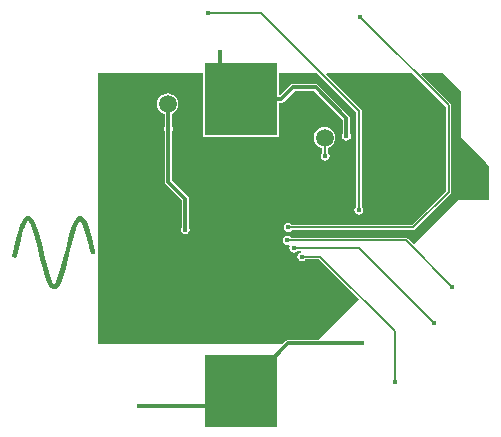
<source format=gbl>
%FSLAX44Y44*%
%MOMM*%
G71*
G01*
G75*
G04 Layer_Physical_Order=2*
G04 Layer_Color=16711680*
%ADD10R,0.5000X0.6000*%
%ADD11R,0.5000X0.5000*%
%ADD12R,0.6000X0.5000*%
%ADD13R,1.4000X1.2000*%
%ADD14R,0.2500X0.5000*%
%ADD15C,1.5000*%
%ADD16R,0.2500X0.4000*%
%ADD17R,0.4000X0.2500*%
%ADD18R,3.2000X3.2000*%
%ADD19R,0.5590X1.1940*%
%ADD20R,0.9000X1.3000*%
%ADD21R,0.6000X1.2000*%
%ADD22R,0.6000X2.0000*%
%ADD23C,4.0000*%
%ADD24C,0.3000*%
%ADD25C,0.5000*%
%ADD26C,0.1500*%
%ADD27C,0.2000*%
%ADD28C,0.4500*%
%ADD29R,6.0700X6.0700*%
G36*
X179250Y124250D02*
Y93750D01*
Y84750D01*
X201000Y63000D01*
X203500Y60500D01*
Y31750D01*
X177000D01*
X139372Y-5878D01*
X134372Y-878D01*
X133628Y-381D01*
X132750Y-206D01*
X35477D01*
X35204Y204D01*
X33963Y1032D01*
X32500Y1323D01*
X31037Y1032D01*
X29796Y204D01*
X28968Y-1037D01*
X28677Y-2500D01*
X28968Y-3963D01*
X29796Y-5204D01*
X31037Y-6032D01*
X32500Y-6323D01*
X33943Y-6036D01*
X34013Y-6085D01*
X34847Y-6970D01*
X34468Y-7537D01*
X34176Y-9000D01*
X34468Y-10463D01*
X35296Y-11703D01*
X36537Y-12532D01*
X38000Y-12823D01*
X39463Y-12532D01*
X40704Y-11703D01*
X40977Y-11294D01*
X43934D01*
X44059Y-12564D01*
X43287Y-12718D01*
X42046Y-13546D01*
X41218Y-14787D01*
X40927Y-16250D01*
X41218Y-17713D01*
X42046Y-18954D01*
X43287Y-19782D01*
X44750Y-20073D01*
X46213Y-19782D01*
X47454Y-18954D01*
X47727Y-18544D01*
X59300D01*
X93003Y-52247D01*
X58559Y-86691D01*
X33250D01*
X33250Y-86691D01*
X32080Y-86924D01*
X31087Y-87587D01*
X31087Y-87587D01*
X28174Y-90500D01*
X-126602D01*
X-127500Y-89602D01*
X-127500Y-12957D01*
X-127597Y-9355D01*
X-127500Y-6500D01*
Y139500D01*
X-38600D01*
Y85000D01*
X25100D01*
Y113791D01*
X27100D01*
X27100Y113791D01*
X28271Y114024D01*
X29263Y114687D01*
X38517Y123941D01*
X55233D01*
X79441Y99733D01*
Y87922D01*
X78968Y87213D01*
X78677Y85750D01*
X78968Y84287D01*
X79796Y83046D01*
X81037Y82218D01*
X82500Y81927D01*
X83963Y82218D01*
X85204Y83046D01*
X86032Y84287D01*
X86323Y85750D01*
X86032Y87213D01*
X85559Y87922D01*
Y101000D01*
X85559Y101000D01*
X85326Y102171D01*
X84663Y103163D01*
X84663Y103163D01*
X58663Y129163D01*
X57670Y129826D01*
X56500Y130059D01*
X56500Y130059D01*
X37250D01*
X36079Y129826D01*
X35087Y129163D01*
X35087Y129163D01*
X26370Y120446D01*
X25100Y120972D01*
Y139500D01*
X57756D01*
X90706Y106550D01*
Y26227D01*
X90296Y25954D01*
X89468Y24713D01*
X89177Y23250D01*
X89468Y21787D01*
X90296Y20546D01*
X91537Y19718D01*
X93000Y19427D01*
X94463Y19718D01*
X95704Y20546D01*
X96532Y21787D01*
X96823Y23250D01*
X96532Y24713D01*
X95704Y25954D01*
X95294Y26227D01*
Y107500D01*
X95119Y108378D01*
X94622Y109122D01*
X65418Y138327D01*
X65904Y139500D01*
X138006D01*
X166706Y110800D01*
Y39200D01*
X138300Y10794D01*
X36227D01*
X35954Y11204D01*
X34713Y12032D01*
X33250Y12323D01*
X31787Y12032D01*
X30546Y11204D01*
X29718Y9963D01*
X29427Y8500D01*
X29718Y7037D01*
X30546Y5796D01*
X31787Y4968D01*
X33250Y4677D01*
X34713Y4968D01*
X35954Y5796D01*
X36227Y6206D01*
X139250D01*
X140128Y6381D01*
X140872Y6878D01*
X170622Y36628D01*
X171119Y37372D01*
X171294Y38250D01*
Y111750D01*
X171119Y112628D01*
X170622Y113372D01*
X145668Y138327D01*
X146154Y139500D01*
X164000D01*
X179250Y124250D01*
D02*
G37*
G36*
X-140557Y17467D02*
X-140550D01*
X-139712Y16705D01*
X-139697D01*
X-139097Y15985D01*
X-139077Y15965D01*
X-138139Y14509D01*
Y14492D01*
X-136710Y11508D01*
X-134655Y5571D01*
X-132983Y-338D01*
Y-354D01*
X-130247Y-11323D01*
X-130925Y-12442D01*
X-132712Y-12875D01*
X-134216Y-11954D01*
X-135349Y-7241D01*
X-136848Y-1372D01*
X-138475Y4398D01*
X-139391Y7247D01*
X-140409Y9972D01*
X-140996Y11299D01*
X-141538Y12361D01*
X-141610Y12501D01*
X-142137Y13325D01*
X-142199Y13423D01*
X-142199Y13423D01*
X-142199Y13423D01*
X-142201Y13425D01*
X-142201Y13425D01*
X-142287Y13555D01*
X-142303Y13578D01*
X-142303Y13579D01*
X-142303Y13579D01*
X-142303Y13579D01*
X-142303Y13579D01*
X-142303Y13579D01*
X-142305Y13581D01*
X-142305Y13582D01*
X-142305Y13582D01*
X-142306Y13583D01*
X-142404Y13696D01*
X-142411Y13704D01*
X-142430Y13726D01*
X-142430D01*
X-142522Y13832D01*
X-142526Y13837D01*
X-142548Y13863D01*
X-142549Y13863D01*
X-142574Y13893D01*
X-142576Y13895D01*
X-142583Y13902D01*
X-142583D01*
X-142587Y13907D01*
X-142615Y13939D01*
X-142617Y13942D01*
X-142626Y13952D01*
X-142626Y13952D01*
X-142626Y13953D01*
X-142630Y13957D01*
X-142630Y13957D01*
X-142631Y13958D01*
X-142632Y13959D01*
X-142637Y13965D01*
X-142637Y13965D01*
X-142639Y13967D01*
X-142639Y13967D01*
X-142641Y13969D01*
X-142641Y13970D01*
X-142642Y13971D01*
X-142643Y13972D01*
X-142643Y13972D01*
X-142643Y13973D01*
X-142643Y13973D01*
X-142644D01*
X-142645Y13974D01*
X-142653Y13982D01*
X-142653Y13982D01*
X-142656Y13985D01*
X-142656D01*
X-142658Y13987D01*
X-142666Y13995D01*
X-142670Y13999D01*
X-142670D01*
X-142671Y14000D01*
X-142674Y14003D01*
X-142675Y14003D01*
X-142676Y14005D01*
X-142676Y14005D01*
X-142678Y14008D01*
X-142680Y14009D01*
X-142680D01*
X-142690Y14019D01*
X-142719Y14048D01*
X-142731Y14060D01*
X-142743Y14072D01*
X-142766Y14095D01*
X-142769Y14098D01*
X-142786Y14115D01*
X-142793Y14122D01*
X-142806Y14135D01*
X-142817Y14146D01*
X-142818Y14147D01*
X-142827Y14156D01*
X-142827Y14156D01*
X-142828Y14158D01*
X-142831Y14160D01*
X-142832Y14161D01*
X-142843Y14172D01*
Y14172D01*
X-142845Y14174D01*
X-142848Y14177D01*
X-142848Y14177D01*
X-142848Y14177D01*
X-142850Y14179D01*
Y14179D01*
X-142850Y14179D01*
X-142851Y14180D01*
X-142863Y14192D01*
X-142864Y14193D01*
X-142865Y14194D01*
X-142866Y14195D01*
X-142868Y14197D01*
X-142873Y14202D01*
X-142879Y14208D01*
X-142880Y14209D01*
X-142886Y14215D01*
X-142891Y14220D01*
X-142897Y14226D01*
X-142897Y14226D01*
X-142905Y14234D01*
X-142906Y14235D01*
X-142907Y14236D01*
X-142908Y14237D01*
X-142913Y14242D01*
X-142918Y14247D01*
X-142918Y14247D01*
X-142919Y14248D01*
X-142925Y14254D01*
X-142925D01*
Y14254D01*
X-142925D01*
Y14254D01*
X-142927Y14255D01*
X-142928Y14257D01*
X-142928Y14258D01*
X-142937Y14266D01*
X-142937Y14266D01*
X-142938Y14267D01*
X-142945Y14274D01*
X-143219Y14110D01*
X-143219Y14110D01*
X-143219Y14109D01*
Y14108D01*
X-143219Y14106D01*
X-143219Y14105D01*
Y14091D01*
X-143219Y14090D01*
Y14090D01*
X-143219Y14090D01*
Y14079D01*
X-143219Y14078D01*
X-143219Y14077D01*
Y14067D01*
X-143219Y14066D01*
X-143219Y14065D01*
Y14065D01*
X-143219Y14064D01*
X-143219Y14064D01*
Y14063D01*
X-143219Y14063D01*
X-143219Y14062D01*
Y14062D01*
X-143219Y14062D01*
X-143219Y14061D01*
Y14061D01*
X-143219Y14060D01*
X-143219Y14060D01*
Y14059D01*
X-143219Y14058D01*
X-143219Y14058D01*
Y14057D01*
X-143219Y14057D01*
X-143220Y14056D01*
X-143220Y14056D01*
X-143221Y14056D01*
X-143221Y14055D01*
X-143222Y14054D01*
X-143223Y14053D01*
X-143226Y14049D01*
X-143226Y14049D01*
X-143227Y14047D01*
X-143228Y14047D01*
X-143228Y14046D01*
X-143228Y14046D01*
X-143228Y14046D01*
X-143230Y14044D01*
X-143231Y14042D01*
X-143236Y14036D01*
X-143236Y14036D01*
X-143236Y14035D01*
X-143238Y14034D01*
X-143238Y14033D01*
X-143239Y14032D01*
X-143239Y14032D01*
X-143241Y14030D01*
X-143243Y14027D01*
X-143250Y14018D01*
X-143250Y14018D01*
X-143250Y14018D01*
X-143253Y14014D01*
X-143256Y14011D01*
X-143257Y14009D01*
X-143258Y14008D01*
X-143258Y14008D01*
X-143263Y14002D01*
X-143268Y13996D01*
X-143289Y13969D01*
X-143289Y13969D01*
X-143291Y13966D01*
X-143293Y13964D01*
X-143294Y13963D01*
X-143294Y13962D01*
X-143295Y13962D01*
X-143298Y13958D01*
X-143302Y13952D01*
X-143303Y13951D01*
X-143319Y13931D01*
X-143319Y13931D01*
X-143319Y13931D01*
X-143319Y13931D01*
X-143319Y13931D01*
X-143319Y13931D01*
X-143319Y13931D01*
X-143319Y13931D01*
X-143320Y13930D01*
X-143320D01*
X-143320Y13930D01*
X-143320Y13930D01*
X-143321Y13928D01*
X-143321Y13928D01*
X-143322Y13928D01*
X-143322Y13928D01*
X-143322Y13928D01*
X-143322Y13928D01*
X-143322Y13927D01*
X-143322Y13927D01*
X-143322Y13927D01*
X-143323Y13926D01*
X-143323Y13926D01*
X-143325Y13923D01*
X-143325Y13923D01*
X-143326Y13923D01*
X-143326Y13922D01*
X-143326Y13922D01*
X-143326Y13922D01*
X-143326Y13922D01*
X-143327Y13921D01*
X-143327Y13921D01*
X-143329Y13919D01*
X-143329Y13918D01*
X-143333Y13914D01*
X-143333Y13914D01*
X-143335Y13911D01*
X-143336Y13910D01*
X-143337Y13909D01*
X-143337Y13908D01*
X-143337Y13908D01*
X-143341Y13904D01*
X-143341Y13904D01*
X-143345Y13898D01*
X-143348Y13895D01*
X-143362Y13877D01*
X-143362Y13877D01*
X-143362Y13876D01*
X-143363Y13876D01*
X-143363Y13875D01*
X-143364Y13875D01*
X-143364Y13875D01*
X-143365Y13873D01*
X-143365Y13873D01*
X-143368Y13870D01*
X-143370Y13867D01*
X-143376Y13859D01*
X-143376Y13859D01*
X-143376Y13859D01*
X-143377Y13858D01*
X-143377Y13858D01*
X-143378Y13857D01*
X-143378Y13857D01*
X-143378Y13857D01*
X-143379Y13855D01*
X-143380Y13855D01*
X-143382Y13852D01*
X-143385Y13848D01*
X-143391Y13841D01*
X-143391Y13841D01*
X-143392Y13839D01*
X-143393Y13838D01*
X-143393Y13837D01*
X-143393Y13837D01*
X-143394Y13837D01*
X-143396Y13834D01*
X-143396Y13834D01*
X-143399Y13830D01*
X-143404Y13824D01*
X-143413Y13813D01*
X-143413Y13813D01*
X-143414Y13811D01*
X-143415Y13810D01*
X-143416Y13809D01*
X-143416Y13808D01*
X-143416Y13808D01*
X-143419Y13805D01*
X-143419Y13805D01*
X-143423Y13799D01*
X-143431Y13789D01*
X-143441Y13778D01*
X-143441Y13777D01*
X-143456Y13757D01*
X-143467Y13744D01*
X-143475Y13734D01*
X-143477Y13731D01*
X-143478Y13730D01*
X-143502Y13700D01*
X-143508Y13692D01*
X-143663Y13496D01*
X-143675Y13481D01*
X-143675Y13481D01*
X-143675Y13481D01*
X-143676Y13481D01*
X-143676Y13480D01*
Y13480D01*
X-143676Y13480D01*
X-143676Y13480D01*
X-143676Y13480D01*
X-143676Y13480D01*
X-143676Y13480D01*
X-143677Y13478D01*
X-143679Y13477D01*
X-143714Y13428D01*
X-143788Y13328D01*
X-143791Y13324D01*
X-143791Y13324D01*
X-144192Y12783D01*
X-145673Y9642D01*
X-146692Y6865D01*
X-148421Y1144D01*
X-151420Y-10595D01*
X-155076Y-25422D01*
X-157748Y-34330D01*
Y-34349D01*
X-159536Y-38758D01*
X-160364Y-40286D01*
Y-40303D01*
X-161431Y-41801D01*
Y-41814D01*
X-162138Y-42524D01*
X-163189Y-43242D01*
X-163197Y-43250D01*
X-164624Y-43671D01*
X-164643Y-43671D01*
X-165015Y-43629D01*
X-166181Y-43491D01*
X-166181Y-43491D01*
X-167301Y-42907D01*
X-168213Y-42045D01*
X-168238D01*
X-168979Y-41134D01*
X-169397Y-40586D01*
X-170272Y-39022D01*
X-170289D01*
X-171540Y-36152D01*
Y-36131D01*
X-173526Y-30201D01*
X-174795Y-25426D01*
X-176653Y-18353D01*
X-176678Y-18303D01*
X-179545Y-6479D01*
X-182722Y5161D01*
X-184708Y10686D01*
X-185961Y13090D01*
X-186152Y13350D01*
X-186248Y13481D01*
X-186248Y13481D01*
X-186255Y13491D01*
X-186313Y13562D01*
X-186330Y13583D01*
X-186339Y13595D01*
X-186341Y13598D01*
X-186341Y13598D01*
X-186345Y13602D01*
X-186348Y13606D01*
X-186348Y13606D01*
X-186348Y13607D01*
X-186349Y13607D01*
X-186349Y13607D01*
X-186357Y13618D01*
X-186363Y13625D01*
X-186364Y13626D01*
X-186365Y13628D01*
X-186366Y13629D01*
X-186366Y13629D01*
X-186375Y13640D01*
X-186375Y13640D01*
X-186382Y13648D01*
X-186383Y13649D01*
X-186384Y13652D01*
X-186385Y13652D01*
X-186385Y13652D01*
X-186387Y13655D01*
X-186387Y13655D01*
X-186388Y13656D01*
X-186388Y13656D01*
X-186388Y13656D01*
X-186388Y13656D01*
X-186437Y13718D01*
X-186454Y13738D01*
X-186458Y13744D01*
X-186468Y13757D01*
X-186471Y13760D01*
X-186472Y13761D01*
X-186506Y13803D01*
X-186518Y13819D01*
X-186532Y13837D01*
X-186532Y13837D01*
X-186543Y13850D01*
X-186544Y13851D01*
X-186548Y13857D01*
X-186550Y13858D01*
X-186553Y13862D01*
X-186554Y13863D01*
X-186554Y13863D01*
X-186582Y13899D01*
X-186592Y13911D01*
X-186595Y13915D01*
X-186603Y13925D01*
X-186606Y13929D01*
X-186606Y13929D01*
X-186626Y13953D01*
X-186632Y13961D01*
X-186635Y13964D01*
X-186641Y13972D01*
X-186643Y13975D01*
X-186643Y13975D01*
X-186653Y13988D01*
X-186656Y13991D01*
X-186658Y13993D01*
X-186661Y13998D01*
X-186662Y13999D01*
X-186897Y14208D01*
X-186908Y14217D01*
X-186917Y14225D01*
X-186941Y14247D01*
X-186959Y14262D01*
X-186964Y14267D01*
X-186967Y14270D01*
X-186979Y14281D01*
X-186988Y14274D01*
X-186991Y14271D01*
X-186993Y14270D01*
X-186993Y14270D01*
X-187015Y14252D01*
X-187019Y14249D01*
X-187020Y14248D01*
X-187021Y14247D01*
X-187027Y14242D01*
X-187048Y14226D01*
X-187054Y14220D01*
X-187059Y14217D01*
X-187062Y14214D01*
X-187124Y14165D01*
X-187149Y14145D01*
X-187163Y14134D01*
X-187197Y14106D01*
X-187218Y14083D01*
X-187225Y14076D01*
X-187230Y14070D01*
X-187235Y14065D01*
X-187248Y14051D01*
X-187288Y14007D01*
X-187298Y13996D01*
X-187301Y13993D01*
X-187304Y13989D01*
X-187308Y13985D01*
X-187335Y13956D01*
X-187364Y13924D01*
X-187373Y13914D01*
X-187381Y13905D01*
X-187391Y13894D01*
X-187480Y13798D01*
X-187480D01*
X-187482Y13796D01*
X-187483Y13794D01*
X-187487Y13790D01*
X-187487D01*
X-187493Y13784D01*
X-187500Y13778D01*
X-187501Y13776D01*
X-187502Y13775D01*
X-187503Y13774D01*
X-187506Y13771D01*
X-187512Y13765D01*
X-187514Y13764D01*
X-187515Y13762D01*
X-187516Y13761D01*
X-187521Y13754D01*
X-187526Y13746D01*
X-187532Y13736D01*
X-187532Y13736D01*
X-187532Y13736D01*
X-187533Y13735D01*
X-187534Y13733D01*
X-187539Y13726D01*
X-187546Y13715D01*
X-187552Y13706D01*
X-187552Y13706D01*
X-187553Y13705D01*
X-187554Y13704D01*
X-187557Y13699D01*
X-187563Y13691D01*
X-187566Y13685D01*
X-187566Y13685D01*
X-187569Y13681D01*
X-187573Y13676D01*
X-187588Y13652D01*
X-187631Y13587D01*
X-187631Y13587D01*
X-187635Y13581D01*
X-187640Y13575D01*
X-187693Y13495D01*
X-187722Y13451D01*
X-187722Y13451D01*
X-187813Y13322D01*
X-187813D01*
Y13322D01*
X-188210Y12758D01*
X-188826Y11552D01*
X-189946Y8928D01*
X-190940Y6128D01*
X-192236Y1830D01*
X-193406Y-2543D01*
X-196739Y-16086D01*
X-198254Y-17003D01*
X-200135Y-16535D01*
X-200716Y-15558D01*
X-197275Y-1541D01*
X-194737Y7367D01*
X-193699Y10332D01*
X-192487Y13226D01*
X-192469D01*
X-191632Y14820D01*
Y14836D01*
X-190633Y16259D01*
X-190590Y16345D01*
Y16349D01*
X-189907Y17059D01*
X-189867Y17088D01*
X-189853Y17097D01*
X-188863Y17772D01*
X-187603Y17797D01*
X-185209D01*
X-184625Y17518D01*
X-184596D01*
X-183771Y16793D01*
X-183757Y16780D01*
X-182600Y15275D01*
X-181057Y12293D01*
X-178902Y6360D01*
X-175677Y-5525D01*
X-172781Y-17363D01*
X-169706Y-29051D01*
X-167823Y-34674D01*
X-166676Y-37276D01*
X-166033Y-38432D01*
X-165765Y-38783D01*
Y-38783D01*
X-165765Y-38783D01*
X-165699Y-38869D01*
X-165699Y-38869D01*
X-165691Y-38879D01*
X-165681Y-38894D01*
X-165638Y-38951D01*
X-165632Y-38960D01*
X-165630Y-38962D01*
X-165628Y-38965D01*
X-165628Y-38965D01*
X-165627Y-38967D01*
X-165624Y-38971D01*
X-165624Y-38971D01*
X-165623Y-38972D01*
X-165623Y-38972D01*
X-165623Y-38972D01*
X-165617Y-38981D01*
X-165612Y-38988D01*
X-165611Y-38989D01*
X-165609Y-38990D01*
X-165609Y-38991D01*
X-165609Y-38991D01*
X-165609Y-38991D01*
X-165602Y-39000D01*
X-165600Y-39003D01*
X-165596Y-39009D01*
X-165595Y-39010D01*
X-165593Y-39012D01*
X-165593Y-39013D01*
X-165592Y-39014D01*
X-165592Y-39014D01*
X-165591Y-39015D01*
X-165591Y-39015D01*
X-165591Y-39016D01*
X-165590Y-39016D01*
X-165590Y-39016D01*
X-165590Y-39017D01*
X-165590Y-39017D01*
X-165590Y-39017D01*
X-165589Y-39018D01*
X-165589Y-39018D01*
X-165588Y-39019D01*
X-165588Y-39020D01*
X-165588Y-39020D01*
X-165588Y-39020D01*
X-165588Y-39020D01*
X-165587Y-39020D01*
X-165547Y-39076D01*
X-165531Y-39097D01*
X-165525Y-39104D01*
X-165518Y-39115D01*
X-165515Y-39118D01*
X-165512Y-39122D01*
X-165512Y-39123D01*
X-165485Y-39160D01*
X-165468Y-39182D01*
X-165454Y-39202D01*
X-165448Y-39209D01*
X-165438Y-39223D01*
X-165435Y-39227D01*
X-165431Y-39233D01*
X-165431Y-39233D01*
X-165421Y-39247D01*
X-165418Y-39250D01*
X-165414Y-39256D01*
X-165412Y-39259D01*
X-165408Y-39263D01*
X-165408Y-39264D01*
X-165406Y-39266D01*
X-165406Y-39266D01*
X-165392Y-39286D01*
X-165392Y-39286D01*
X-165384Y-39296D01*
X-165380Y-39302D01*
X-165379Y-39303D01*
X-165377Y-39306D01*
X-165377Y-39306D01*
X-165362Y-39326D01*
X-165357Y-39332D01*
X-165355Y-39336D01*
X-165351Y-39342D01*
X-165349Y-39344D01*
X-165347Y-39346D01*
X-165347Y-39346D01*
X-165341Y-39354D01*
X-165340Y-39357D01*
X-165339Y-39358D01*
X-165337Y-39360D01*
X-165336Y-39361D01*
X-165336Y-39362D01*
X-165136Y-39542D01*
X-165062Y-39608D01*
X-164995Y-39669D01*
X-164994Y-39669D01*
X-164994Y-39669D01*
X-164994Y-39669D01*
X-164994Y-39669D01*
X-164988Y-39664D01*
X-164984Y-39662D01*
X-164980Y-39658D01*
X-164975Y-39655D01*
X-164964Y-39646D01*
X-164953Y-39638D01*
X-164946Y-39633D01*
X-164938Y-39627D01*
X-164930Y-39621D01*
X-164905Y-39602D01*
X-164887Y-39589D01*
X-164876Y-39581D01*
X-164862Y-39570D01*
X-164848Y-39559D01*
X-164802Y-39525D01*
X-164788Y-39511D01*
X-164779Y-39503D01*
X-164768Y-39491D01*
X-164727Y-39451D01*
X-164707Y-39430D01*
X-164695Y-39418D01*
X-164630Y-39353D01*
X-164614Y-39337D01*
X-164609Y-39332D01*
X-164546Y-39269D01*
X-164454Y-39177D01*
X-164454Y-39177D01*
Y-39176D01*
X-164454Y-39170D01*
Y-39160D01*
X-164454Y-39160D01*
X-164454Y-39153D01*
Y-39142D01*
X-164444Y-39130D01*
X-164439Y-39123D01*
X-164430Y-39111D01*
X-164430Y-39111D01*
X-164417Y-39094D01*
X-164407Y-39081D01*
X-164405Y-39078D01*
X-164396Y-39067D01*
X-164396Y-39067D01*
X-164390Y-39059D01*
X-164382Y-39048D01*
X-164379Y-39045D01*
X-164379Y-39045D01*
X-164356Y-39015D01*
X-164316Y-38963D01*
X-164316Y-38963D01*
X-164260Y-38890D01*
X-164248Y-38874D01*
X-164247Y-38874D01*
X-164224Y-38843D01*
X-164224Y-38843D01*
X-164144Y-38726D01*
Y-38726D01*
X-164144D01*
X-163786Y-38200D01*
X-163145Y-37019D01*
X-161540Y-32994D01*
X-158946Y-24400D01*
X-155314Y-9666D01*
X-152267Y2216D01*
X-150465Y8156D01*
X-150465Y8156D01*
Y8156D01*
X-150465Y8156D01*
X-150464Y8157D01*
X-149391Y11120D01*
Y11143D01*
X-147613Y14848D01*
Y14863D01*
X-146884Y15959D01*
X-146656Y16210D01*
X-145850Y17086D01*
X-145810Y17086D01*
Y17121D01*
X-145713Y17192D01*
X-144761Y17797D01*
X-141217D01*
X-140557Y17467D01*
D02*
G37*
%LPC*%
G36*
X-6750Y24059D02*
X-7921Y23826D01*
X-8913Y23163D01*
X-9576Y22171D01*
X-9809Y21000D01*
Y-5183D01*
X-26413Y-21787D01*
X-27076Y-22780D01*
X-27309Y-23950D01*
X-27076Y-25120D01*
X-26413Y-26113D01*
X-25420Y-26776D01*
X-24250Y-27009D01*
X-23080Y-26776D01*
X-22087Y-26113D01*
X-6750Y-10776D01*
X5837Y-23363D01*
X6830Y-24026D01*
X8000Y-24259D01*
X9171Y-24026D01*
X10163Y-23363D01*
X10826Y-22371D01*
X11059Y-21200D01*
X10826Y-20029D01*
X10163Y-19037D01*
X-2424Y-6450D01*
X20613Y16587D01*
X21276Y17579D01*
X21509Y18750D01*
X21276Y19921D01*
X20613Y20913D01*
X19620Y21576D01*
X18450Y21809D01*
X17279Y21576D01*
X16287Y20913D01*
X-2518Y2108D01*
X-3691Y2594D01*
Y21000D01*
X-3924Y22171D01*
X-4587Y23163D01*
X-5580Y23826D01*
X-6750Y24059D01*
D02*
G37*
G36*
X-69000Y122078D02*
X-71350Y121768D01*
X-73539Y120862D01*
X-75419Y119419D01*
X-76861Y117539D01*
X-77768Y115350D01*
X-78078Y113000D01*
X-77768Y110651D01*
X-76861Y108461D01*
X-75419Y106581D01*
X-73539Y105139D01*
X-71350Y104232D01*
X-71309Y104226D01*
Y94422D01*
X-71782Y93713D01*
X-72073Y92250D01*
X-71782Y90787D01*
X-71309Y90078D01*
Y47000D01*
X-71309Y47000D01*
X-71076Y45830D01*
X-70413Y44837D01*
X-57059Y31483D01*
Y8922D01*
X-57532Y8213D01*
X-57823Y6750D01*
X-57532Y5287D01*
X-56704Y4046D01*
X-55463Y3218D01*
X-54000Y2927D01*
X-52537Y3218D01*
X-51296Y4046D01*
X-50468Y5287D01*
X-50177Y6750D01*
X-50468Y8213D01*
X-50941Y8922D01*
Y32750D01*
X-50941Y32750D01*
X-51174Y33921D01*
X-51837Y34913D01*
X-51837Y34913D01*
X-65191Y48267D01*
Y90078D01*
X-64718Y90787D01*
X-64427Y92250D01*
X-64718Y93713D01*
X-65191Y94422D01*
Y104836D01*
X-64461Y105139D01*
X-62581Y106581D01*
X-61139Y108461D01*
X-60232Y110651D01*
X-59922Y113000D01*
X-60232Y115350D01*
X-61139Y117539D01*
X-62581Y119419D01*
X-64461Y120862D01*
X-66651Y121768D01*
X-69000Y122078D01*
D02*
G37*
G36*
X64000Y93578D02*
X61651Y93268D01*
X59461Y92361D01*
X57581Y90919D01*
X56139Y89039D01*
X55232Y86849D01*
X54922Y84500D01*
X55232Y82150D01*
X56139Y79961D01*
X57581Y78081D01*
X59461Y76639D01*
X61651Y75732D01*
X62206Y75659D01*
Y71977D01*
X61796Y71704D01*
X60968Y70463D01*
X60677Y69000D01*
X60968Y67537D01*
X61796Y66296D01*
X63037Y65468D01*
X64500Y65177D01*
X65963Y65468D01*
X67204Y66296D01*
X68032Y67537D01*
X68323Y69000D01*
X68032Y70463D01*
X67204Y71704D01*
X66794Y71977D01*
Y75916D01*
X68539Y76639D01*
X70419Y78081D01*
X71862Y79961D01*
X72768Y82150D01*
X73078Y84500D01*
X72768Y86849D01*
X71862Y89039D01*
X70419Y90919D01*
X68539Y92361D01*
X66350Y93268D01*
X64000Y93578D01*
D02*
G37*
%LPD*%
D15*
Y84500D02*
D03*
X-69000Y113000D02*
D03*
D24*
X-19500Y-142500D02*
X-6750Y-129750D01*
X-92750Y-142500D02*
X-19500D01*
X-54000Y6750D02*
Y32750D01*
X-68250Y47000D02*
X-54000Y32750D01*
X-68250Y47000D02*
Y92250D01*
Y112250D01*
X-69000Y113000D02*
X-68250Y112250D01*
X-6750Y-6450D02*
Y21000D01*
X-24250Y-23950D02*
X-6750Y-6450D01*
X18450Y18750D01*
X-6750Y-6450D02*
X8000Y-21200D01*
X-24250Y134350D02*
Y157250D01*
Y134350D02*
X-6750Y116850D01*
X33250Y-89750D02*
X95250D01*
X-6750Y-129750D02*
X33250Y-89750D01*
X82500Y85750D02*
Y101000D01*
X-6750Y116850D02*
X27100D01*
X37250Y127000D01*
X56500D01*
X82500Y101000D01*
D26*
X-35000Y190250D02*
X10250D01*
X93000Y107500D01*
Y23250D02*
Y107500D01*
X32500Y-2500D02*
X132750D01*
X172250Y-42000D01*
X38000Y-9000D02*
X93000D01*
X44750Y-16250D02*
X60250D01*
X123250Y-79250D01*
X64000Y84500D02*
X64500Y84000D01*
X33250Y8500D02*
X139250D01*
X169000Y38250D02*
Y111750D01*
X139250Y8500D02*
X169000Y38250D01*
X123250Y-122500D02*
Y-79250D01*
X93000Y-9000D02*
X156500Y-72500D01*
X157000D01*
X94125Y186625D02*
X169000Y111750D01*
X64500Y69000D02*
Y84000D01*
D28*
X-132000Y-12000D02*
D03*
X500Y-10500D02*
D03*
X12250D02*
D03*
Y750D02*
D03*
X-11500Y-9750D02*
D03*
X0Y0D02*
D03*
X-92750Y-142500D02*
D03*
X-68250Y92250D02*
D03*
X-54000Y6750D02*
D03*
X93000Y23250D02*
D03*
X-35000Y190250D02*
D03*
X172250Y-42000D02*
D03*
X44750Y-16250D02*
D03*
X38000Y-9000D02*
D03*
X33250Y8500D02*
D03*
X32500Y-2500D02*
D03*
X-11750Y12000D02*
D03*
X0D02*
D03*
X11500D02*
D03*
X-11500Y1500D02*
D03*
X-83500Y32500D02*
D03*
X-120500D02*
D03*
X-116750Y8750D02*
D03*
X-84000Y6750D02*
D03*
X144350Y58230D02*
D03*
X183000Y68750D02*
D03*
X-24250Y157250D02*
D03*
X95250Y-89750D02*
D03*
X82500Y85750D02*
D03*
X36250Y46750D02*
D03*
X40250Y-53000D02*
D03*
X123250Y-122500D02*
D03*
X157000Y-72500D02*
D03*
X94125Y186625D02*
D03*
X115500Y23250D02*
D03*
X64500Y69000D02*
D03*
X-24000Y-45000D02*
D03*
D29*
X-6750Y-129750D02*
D03*
Y116850D02*
D03*
Y-6450D02*
D03*
M02*

</source>
